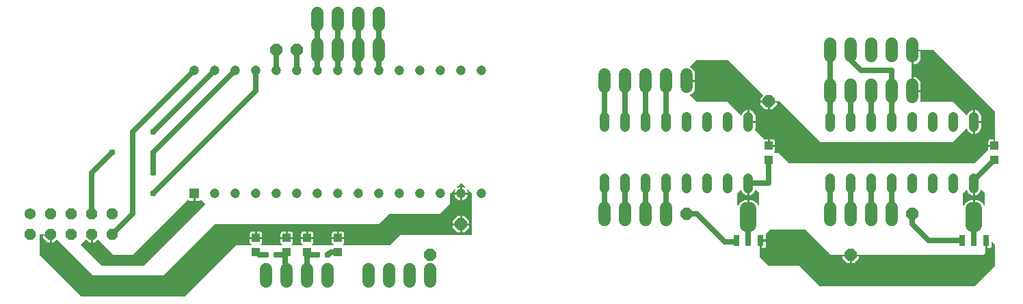
<source format=gbr>
G04 EAGLE Gerber RS-274X export*
G75*
%MOMM*%
%FSLAX34Y34*%
%LPD*%
%INTop Copper*%
%IPPOS*%
%AMOC8*
5,1,8,0,0,1.08239X$1,22.5*%
G01*
%ADD10R,1.206400X1.206400*%
%ADD11C,1.206400*%
%ADD12R,1.000000X1.100000*%
%ADD13C,1.219200*%
%ADD14C,1.524000*%
%ADD15R,0.800000X1.400000*%
%ADD16R,0.800000X1.900000*%
%ADD17C,1.371600*%
%ADD18P,1.484606X8X22.500000*%
%ADD19P,1.649562X8X22.500000*%
%ADD20C,0.787400*%
%ADD21C,0.635000*%

G36*
X1206590Y177054D02*
X1206590Y177054D01*
X1206681Y177061D01*
X1206711Y177073D01*
X1206743Y177079D01*
X1206823Y177121D01*
X1206907Y177157D01*
X1206939Y177183D01*
X1206960Y177194D01*
X1206982Y177217D01*
X1207038Y177262D01*
X1224136Y194360D01*
X1224189Y194434D01*
X1224249Y194503D01*
X1224261Y194533D01*
X1224280Y194559D01*
X1224307Y194646D01*
X1224341Y194731D01*
X1224345Y194772D01*
X1224352Y194795D01*
X1224351Y194827D01*
X1224359Y194898D01*
X1224359Y197477D01*
X1226938Y197477D01*
X1227028Y197492D01*
X1227119Y197499D01*
X1227149Y197511D01*
X1227181Y197517D01*
X1227261Y197559D01*
X1227345Y197595D01*
X1227377Y197621D01*
X1227398Y197632D01*
X1227420Y197655D01*
X1227476Y197700D01*
X1229000Y199224D01*
X1229042Y199282D01*
X1229091Y199334D01*
X1229113Y199381D01*
X1229144Y199423D01*
X1229165Y199492D01*
X1229195Y199557D01*
X1229201Y199609D01*
X1229216Y199658D01*
X1229214Y199730D01*
X1229222Y199801D01*
X1229211Y199852D01*
X1229210Y199904D01*
X1229185Y199972D01*
X1229170Y200042D01*
X1229143Y200086D01*
X1229125Y200135D01*
X1229080Y200191D01*
X1229044Y200253D01*
X1229004Y200287D01*
X1228972Y200327D01*
X1228911Y200366D01*
X1228857Y200413D01*
X1228808Y200432D01*
X1228765Y200460D01*
X1228695Y200478D01*
X1228629Y200505D01*
X1228557Y200513D01*
X1228526Y200520D01*
X1228503Y200519D01*
X1228462Y200523D01*
X1224359Y200523D01*
X1224359Y204834D01*
X1224532Y205481D01*
X1224867Y206060D01*
X1225340Y206533D01*
X1225919Y206868D01*
X1226566Y207041D01*
X1230377Y207041D01*
X1230377Y202438D01*
X1230388Y202367D01*
X1230390Y202296D01*
X1230408Y202247D01*
X1230417Y202195D01*
X1230450Y202132D01*
X1230475Y202065D01*
X1230507Y202024D01*
X1230532Y201978D01*
X1230584Y201929D01*
X1230628Y201873D01*
X1230672Y201844D01*
X1230710Y201809D01*
X1230775Y201778D01*
X1230835Y201740D01*
X1230886Y201727D01*
X1230933Y201705D01*
X1231004Y201697D01*
X1231074Y201680D01*
X1231126Y201684D01*
X1231178Y201678D01*
X1231248Y201693D01*
X1231319Y201699D01*
X1231367Y201719D01*
X1231418Y201730D01*
X1231480Y201767D01*
X1231545Y201795D01*
X1231601Y201840D01*
X1231629Y201856D01*
X1231644Y201874D01*
X1231676Y201900D01*
X1232438Y202662D01*
X1232491Y202736D01*
X1232551Y202805D01*
X1232563Y202835D01*
X1232582Y202861D01*
X1232609Y202948D01*
X1232643Y203033D01*
X1232647Y203074D01*
X1232654Y203097D01*
X1232653Y203129D01*
X1232661Y203200D01*
X1232661Y241300D01*
X1232647Y241390D01*
X1232639Y241481D01*
X1232627Y241511D01*
X1232622Y241543D01*
X1232579Y241623D01*
X1232543Y241707D01*
X1232517Y241739D01*
X1232506Y241760D01*
X1232483Y241782D01*
X1232438Y241838D01*
X1156238Y318038D01*
X1156164Y318091D01*
X1156095Y318151D01*
X1156065Y318163D01*
X1156039Y318182D01*
X1155952Y318209D01*
X1155867Y318243D01*
X1155826Y318247D01*
X1155803Y318254D01*
X1155771Y318253D01*
X1155700Y318261D01*
X1131062Y318261D01*
X1131042Y318258D01*
X1131023Y318260D01*
X1130921Y318238D01*
X1130819Y318222D01*
X1130802Y318212D01*
X1130782Y318208D01*
X1130693Y318155D01*
X1130602Y318106D01*
X1130588Y318092D01*
X1130571Y318082D01*
X1130504Y318003D01*
X1130433Y317928D01*
X1130424Y317910D01*
X1130411Y317895D01*
X1130373Y317799D01*
X1130329Y317705D01*
X1130327Y317685D01*
X1130319Y317667D01*
X1130301Y317500D01*
X1130301Y317499D01*
X1130300Y317499D01*
X1130280Y317496D01*
X1130261Y317498D01*
X1130159Y317476D01*
X1130057Y317459D01*
X1130040Y317450D01*
X1130020Y317446D01*
X1129931Y317393D01*
X1129840Y317344D01*
X1129826Y317330D01*
X1129809Y317320D01*
X1129742Y317241D01*
X1129671Y317166D01*
X1129662Y317148D01*
X1129649Y317133D01*
X1129610Y317037D01*
X1129567Y316943D01*
X1129565Y316923D01*
X1129557Y316905D01*
X1129539Y316738D01*
X1129539Y267462D01*
X1129542Y267442D01*
X1129540Y267423D01*
X1129562Y267321D01*
X1129579Y267219D01*
X1129588Y267202D01*
X1129592Y267182D01*
X1129645Y267093D01*
X1129694Y267002D01*
X1129708Y266988D01*
X1129718Y266971D01*
X1129797Y266904D01*
X1129872Y266833D01*
X1129890Y266824D01*
X1129905Y266811D01*
X1130001Y266773D01*
X1130095Y266729D01*
X1130115Y266727D01*
X1130133Y266719D01*
X1130300Y266701D01*
X1130301Y266701D01*
X1130301Y265938D01*
X1130304Y265918D01*
X1130302Y265899D01*
X1130324Y265797D01*
X1130341Y265695D01*
X1130350Y265678D01*
X1130354Y265658D01*
X1130407Y265569D01*
X1130456Y265478D01*
X1130470Y265464D01*
X1130480Y265447D01*
X1130559Y265380D01*
X1130634Y265309D01*
X1130652Y265300D01*
X1130667Y265287D01*
X1130763Y265248D01*
X1130857Y265205D01*
X1130877Y265203D01*
X1130895Y265195D01*
X1131062Y265177D01*
X1140461Y265177D01*
X1140461Y258280D01*
X1140211Y256701D01*
X1139716Y255179D01*
X1139291Y254346D01*
X1139268Y254274D01*
X1139236Y254205D01*
X1139231Y254157D01*
X1139217Y254111D01*
X1139218Y254036D01*
X1139209Y253961D01*
X1139220Y253914D01*
X1139220Y253865D01*
X1139246Y253794D01*
X1139262Y253720D01*
X1139286Y253679D01*
X1139302Y253634D01*
X1139349Y253574D01*
X1139388Y253509D01*
X1139424Y253478D01*
X1139454Y253440D01*
X1139517Y253398D01*
X1139575Y253349D01*
X1139619Y253331D01*
X1139660Y253305D01*
X1139733Y253286D01*
X1139803Y253257D01*
X1139868Y253250D01*
X1139897Y253242D01*
X1139923Y253244D01*
X1139970Y253239D01*
X1180785Y253239D01*
X1196983Y237040D01*
X1197021Y237013D01*
X1197052Y236979D01*
X1197120Y236942D01*
X1197183Y236897D01*
X1197227Y236883D01*
X1197267Y236861D01*
X1197344Y236847D01*
X1197418Y236824D01*
X1197464Y236825D01*
X1197509Y236817D01*
X1197586Y236829D01*
X1197664Y236831D01*
X1197707Y236846D01*
X1197753Y236853D01*
X1197822Y236888D01*
X1197895Y236915D01*
X1197931Y236944D01*
X1197972Y236964D01*
X1198026Y237020D01*
X1198087Y237069D01*
X1198112Y237107D01*
X1198144Y237140D01*
X1198210Y237260D01*
X1198220Y237276D01*
X1198221Y237280D01*
X1198225Y237287D01*
X1198846Y238787D01*
X1199791Y240202D01*
X1200994Y241405D01*
X1202409Y242350D01*
X1203981Y243001D01*
X1204977Y243199D01*
X1204977Y229362D01*
X1204980Y229342D01*
X1204978Y229323D01*
X1205000Y229221D01*
X1205017Y229119D01*
X1205026Y229102D01*
X1205030Y229082D01*
X1205083Y228993D01*
X1205132Y228902D01*
X1205146Y228888D01*
X1205156Y228871D01*
X1205235Y228804D01*
X1205310Y228733D01*
X1205328Y228724D01*
X1205343Y228711D01*
X1205439Y228673D01*
X1205533Y228629D01*
X1205553Y228627D01*
X1205571Y228619D01*
X1205738Y228601D01*
X1206501Y228601D01*
X1206501Y228599D01*
X1205738Y228599D01*
X1205718Y228596D01*
X1205699Y228598D01*
X1205597Y228576D01*
X1205495Y228559D01*
X1205478Y228550D01*
X1205458Y228546D01*
X1205369Y228493D01*
X1205278Y228444D01*
X1205264Y228430D01*
X1205247Y228420D01*
X1205180Y228341D01*
X1205109Y228266D01*
X1205100Y228248D01*
X1205087Y228233D01*
X1205048Y228137D01*
X1205005Y228043D01*
X1205003Y228023D01*
X1204995Y228005D01*
X1204977Y227838D01*
X1204977Y214001D01*
X1203981Y214199D01*
X1202409Y214850D01*
X1200994Y215795D01*
X1199791Y216998D01*
X1198846Y218413D01*
X1198225Y219913D01*
X1198201Y219952D01*
X1198185Y219995D01*
X1198136Y220056D01*
X1198095Y220122D01*
X1198060Y220151D01*
X1198031Y220187D01*
X1197966Y220229D01*
X1197906Y220279D01*
X1197863Y220295D01*
X1197824Y220320D01*
X1197749Y220339D01*
X1197676Y220367D01*
X1197630Y220369D01*
X1197586Y220380D01*
X1197508Y220374D01*
X1197431Y220377D01*
X1197386Y220365D01*
X1197341Y220361D01*
X1197269Y220331D01*
X1197194Y220309D01*
X1197157Y220283D01*
X1197114Y220265D01*
X1197008Y220179D01*
X1196992Y220169D01*
X1196989Y220165D01*
X1196983Y220160D01*
X1180785Y203961D01*
X1016315Y203961D01*
X965738Y254538D01*
X965664Y254591D01*
X965595Y254651D01*
X965565Y254663D01*
X965539Y254682D01*
X965452Y254709D01*
X965367Y254743D01*
X965326Y254747D01*
X965303Y254754D01*
X965271Y254753D01*
X965200Y254761D01*
X953262Y254761D01*
X953242Y254758D01*
X953223Y254760D01*
X953121Y254738D01*
X953019Y254722D01*
X953002Y254712D01*
X952982Y254708D01*
X952893Y254655D01*
X952802Y254606D01*
X952788Y254592D01*
X952771Y254582D01*
X952704Y254503D01*
X952633Y254428D01*
X952624Y254410D01*
X952611Y254395D01*
X952573Y254299D01*
X952529Y254205D01*
X952527Y254185D01*
X952519Y254167D01*
X952501Y254000D01*
X952501Y253999D01*
X952499Y253999D01*
X952499Y254762D01*
X952496Y254782D01*
X952498Y254801D01*
X952476Y254903D01*
X952459Y255005D01*
X952450Y255022D01*
X952446Y255042D01*
X952393Y255131D01*
X952344Y255222D01*
X952330Y255236D01*
X952320Y255253D01*
X952241Y255320D01*
X952166Y255391D01*
X952148Y255400D01*
X952133Y255413D01*
X952037Y255452D01*
X951943Y255495D01*
X951923Y255497D01*
X951905Y255505D01*
X951738Y255523D01*
X942339Y255523D01*
X942339Y258209D01*
X945315Y261185D01*
X945327Y261201D01*
X945342Y261213D01*
X945399Y261301D01*
X945459Y261384D01*
X945465Y261403D01*
X945475Y261420D01*
X945501Y261521D01*
X945531Y261620D01*
X945531Y261639D01*
X945536Y261659D01*
X945528Y261762D01*
X945525Y261865D01*
X945518Y261884D01*
X945516Y261904D01*
X945476Y261999D01*
X945440Y262096D01*
X945428Y262112D01*
X945420Y262130D01*
X945315Y262261D01*
X902238Y305338D01*
X902164Y305391D01*
X902095Y305451D01*
X902065Y305463D01*
X902039Y305482D01*
X901952Y305509D01*
X901867Y305543D01*
X901826Y305547D01*
X901803Y305554D01*
X901771Y305553D01*
X901700Y305561D01*
X863600Y305561D01*
X863510Y305547D01*
X863419Y305539D01*
X863389Y305527D01*
X863357Y305522D01*
X863277Y305479D01*
X863193Y305443D01*
X863161Y305417D01*
X863140Y305406D01*
X863118Y305383D01*
X863062Y305338D01*
X855117Y297393D01*
X855108Y297380D01*
X855095Y297371D01*
X855036Y297281D01*
X854973Y297194D01*
X854969Y297178D01*
X854960Y297165D01*
X854932Y297061D01*
X854901Y296959D01*
X854901Y296943D01*
X854897Y296927D01*
X854905Y296820D01*
X854907Y296713D01*
X854913Y296698D01*
X854914Y296682D01*
X854955Y296583D01*
X854992Y296482D01*
X855002Y296469D01*
X855008Y296454D01*
X855078Y296374D01*
X855145Y296290D01*
X855159Y296281D01*
X855169Y296269D01*
X855310Y296177D01*
X856225Y295710D01*
X857519Y294770D01*
X858650Y293639D01*
X859590Y292345D01*
X860316Y290920D01*
X860811Y289399D01*
X861061Y287820D01*
X861061Y280923D01*
X851662Y280923D01*
X851642Y280920D01*
X851623Y280922D01*
X851521Y280900D01*
X851419Y280883D01*
X851402Y280874D01*
X851382Y280870D01*
X851293Y280817D01*
X851202Y280768D01*
X851188Y280754D01*
X851171Y280744D01*
X851104Y280665D01*
X851033Y280590D01*
X851024Y280572D01*
X851011Y280557D01*
X850973Y280461D01*
X850929Y280367D01*
X850927Y280347D01*
X850919Y280329D01*
X850901Y280162D01*
X850901Y278638D01*
X850904Y278618D01*
X850902Y278599D01*
X850924Y278497D01*
X850941Y278395D01*
X850950Y278378D01*
X850954Y278358D01*
X851007Y278269D01*
X851056Y278178D01*
X851070Y278164D01*
X851080Y278147D01*
X851159Y278080D01*
X851234Y278009D01*
X851252Y278000D01*
X851267Y277987D01*
X851363Y277948D01*
X851457Y277905D01*
X851477Y277903D01*
X851495Y277895D01*
X851662Y277877D01*
X861061Y277877D01*
X861061Y270980D01*
X860811Y269401D01*
X860316Y267880D01*
X859590Y266455D01*
X858650Y265161D01*
X857519Y264030D01*
X856225Y263090D01*
X855310Y262623D01*
X855297Y262614D01*
X855282Y262608D01*
X855198Y262541D01*
X855111Y262478D01*
X855102Y262465D01*
X855090Y262455D01*
X855031Y262364D01*
X854970Y262276D01*
X854965Y262261D01*
X854957Y262248D01*
X854930Y262143D01*
X854900Y262041D01*
X854901Y262025D01*
X854897Y262009D01*
X854905Y261902D01*
X854909Y261795D01*
X854914Y261780D01*
X854916Y261764D01*
X854958Y261665D01*
X854996Y261565D01*
X855006Y261552D01*
X855012Y261538D01*
X855117Y261407D01*
X863062Y253462D01*
X863136Y253409D01*
X863205Y253349D01*
X863235Y253337D01*
X863261Y253318D01*
X863348Y253291D01*
X863433Y253257D01*
X863474Y253253D01*
X863497Y253246D01*
X863529Y253247D01*
X863600Y253239D01*
X901385Y253239D01*
X917583Y237040D01*
X917621Y237013D01*
X917652Y236980D01*
X917720Y236942D01*
X917783Y236897D01*
X917827Y236883D01*
X917867Y236861D01*
X917944Y236847D01*
X918018Y236824D01*
X918064Y236825D01*
X918109Y236817D01*
X918186Y236829D01*
X918264Y236831D01*
X918307Y236846D01*
X918353Y236853D01*
X918422Y236888D01*
X918495Y236915D01*
X918531Y236944D01*
X918572Y236965D01*
X918626Y237020D01*
X918687Y237069D01*
X918712Y237107D01*
X918744Y237140D01*
X918810Y237260D01*
X918820Y237276D01*
X918821Y237280D01*
X918825Y237287D01*
X919446Y238787D01*
X920391Y240202D01*
X921594Y241405D01*
X923009Y242350D01*
X924581Y243001D01*
X925577Y243199D01*
X925577Y229362D01*
X925580Y229342D01*
X925578Y229323D01*
X925600Y229221D01*
X925617Y229119D01*
X925626Y229102D01*
X925630Y229082D01*
X925683Y228993D01*
X925732Y228902D01*
X925746Y228888D01*
X925756Y228871D01*
X925835Y228804D01*
X925910Y228733D01*
X925928Y228724D01*
X925943Y228711D01*
X926039Y228673D01*
X926133Y228629D01*
X926153Y228627D01*
X926171Y228619D01*
X926338Y228601D01*
X927101Y228601D01*
X927101Y227838D01*
X927104Y227818D01*
X927102Y227799D01*
X927124Y227697D01*
X927141Y227595D01*
X927150Y227578D01*
X927154Y227558D01*
X927207Y227469D01*
X927256Y227378D01*
X927270Y227364D01*
X927280Y227347D01*
X927359Y227280D01*
X927434Y227209D01*
X927452Y227200D01*
X927467Y227187D01*
X927563Y227148D01*
X927657Y227105D01*
X927677Y227103D01*
X927695Y227095D01*
X927862Y227077D01*
X935737Y227077D01*
X935737Y221653D01*
X935405Y219985D01*
X935375Y219913D01*
X935367Y219879D01*
X935365Y219874D01*
X935364Y219865D01*
X935349Y219800D01*
X935320Y219686D01*
X935320Y219680D01*
X935319Y219673D01*
X935330Y219557D01*
X935339Y219441D01*
X935341Y219435D01*
X935342Y219429D01*
X935390Y219320D01*
X935435Y219214D01*
X935440Y219208D01*
X935442Y219204D01*
X935455Y219190D01*
X935540Y219083D01*
X947360Y207264D01*
X947434Y207211D01*
X947503Y207151D01*
X947533Y207139D01*
X947559Y207120D01*
X947646Y207093D01*
X947731Y207059D01*
X947772Y207055D01*
X947795Y207048D01*
X947827Y207049D01*
X947898Y207041D01*
X950977Y207041D01*
X950977Y203962D01*
X950992Y203872D01*
X950999Y203781D01*
X951011Y203751D01*
X951017Y203719D01*
X951059Y203639D01*
X951095Y203555D01*
X951121Y203522D01*
X951132Y203502D01*
X951155Y203480D01*
X951200Y203424D01*
X951739Y202885D01*
X951739Y199762D01*
X951742Y199742D01*
X951740Y199723D01*
X951762Y199621D01*
X951779Y199519D01*
X951788Y199502D01*
X951792Y199482D01*
X951845Y199393D01*
X951894Y199302D01*
X951908Y199288D01*
X951918Y199271D01*
X951997Y199204D01*
X952072Y199133D01*
X952090Y199124D01*
X952105Y199111D01*
X952201Y199072D01*
X952295Y199029D01*
X952315Y199027D01*
X952333Y199019D01*
X952500Y199001D01*
X952501Y199001D01*
X952501Y198238D01*
X952504Y198218D01*
X952502Y198199D01*
X952524Y198097D01*
X952541Y197995D01*
X952550Y197978D01*
X952554Y197958D01*
X952607Y197869D01*
X952656Y197778D01*
X952670Y197764D01*
X952680Y197747D01*
X952759Y197680D01*
X952834Y197609D01*
X952852Y197600D01*
X952867Y197587D01*
X952963Y197548D01*
X953057Y197505D01*
X953077Y197503D01*
X953095Y197495D01*
X953262Y197477D01*
X960041Y197477D01*
X960041Y193166D01*
X959868Y192519D01*
X959529Y191932D01*
X959519Y191925D01*
X959463Y191838D01*
X959403Y191754D01*
X959397Y191735D01*
X959386Y191718D01*
X959361Y191617D01*
X959331Y191519D01*
X959331Y191499D01*
X959326Y191479D01*
X959334Y191376D01*
X959337Y191273D01*
X959344Y191254D01*
X959345Y191234D01*
X959386Y191139D01*
X959421Y191042D01*
X959434Y191026D01*
X959442Y191008D01*
X959547Y190877D01*
X960462Y189962D01*
X960536Y189909D01*
X960605Y189849D01*
X960635Y189837D01*
X960661Y189818D01*
X960749Y189791D01*
X960833Y189757D01*
X960874Y189753D01*
X960897Y189746D01*
X960929Y189747D01*
X961000Y189739D01*
X964885Y189739D01*
X977362Y177262D01*
X977436Y177209D01*
X977505Y177149D01*
X977535Y177137D01*
X977561Y177118D01*
X977648Y177091D01*
X977733Y177057D01*
X977774Y177053D01*
X977797Y177046D01*
X977829Y177047D01*
X977900Y177039D01*
X1206500Y177039D01*
X1206590Y177054D01*
G37*
G36*
X228690Y11954D02*
X228690Y11954D01*
X228781Y11961D01*
X228811Y11973D01*
X228843Y11979D01*
X228923Y12021D01*
X229007Y12057D01*
X229039Y12083D01*
X229060Y12094D01*
X229082Y12117D01*
X229138Y12162D01*
X292415Y75439D01*
X310830Y75439D01*
X310920Y75454D01*
X311011Y75461D01*
X311041Y75473D01*
X311073Y75479D01*
X311153Y75521D01*
X311238Y75557D01*
X311270Y75583D01*
X311290Y75594D01*
X311313Y75617D01*
X311368Y75662D01*
X311464Y75757D01*
X311533Y75854D01*
X311604Y75950D01*
X311606Y75954D01*
X311608Y75957D01*
X311643Y76070D01*
X311679Y76184D01*
X311679Y76188D01*
X311680Y76192D01*
X311677Y76310D01*
X311675Y76430D01*
X311674Y76434D01*
X311674Y76438D01*
X311633Y76550D01*
X311594Y76662D01*
X311591Y76665D01*
X311590Y76669D01*
X311515Y76762D01*
X311442Y76856D01*
X311438Y76859D01*
X311436Y76861D01*
X311425Y76869D01*
X311307Y76955D01*
X310940Y77167D01*
X310467Y77640D01*
X310132Y78219D01*
X309959Y78866D01*
X309959Y83177D01*
X316738Y83177D01*
X316758Y83180D01*
X316777Y83178D01*
X316879Y83200D01*
X316981Y83217D01*
X316998Y83226D01*
X317018Y83230D01*
X317107Y83283D01*
X317198Y83332D01*
X317212Y83346D01*
X317229Y83356D01*
X317296Y83435D01*
X317367Y83510D01*
X317376Y83528D01*
X317389Y83543D01*
X317428Y83639D01*
X317471Y83733D01*
X317473Y83753D01*
X317481Y83771D01*
X317499Y83938D01*
X317499Y84701D01*
X317501Y84701D01*
X317501Y83938D01*
X317504Y83918D01*
X317502Y83899D01*
X317524Y83797D01*
X317541Y83695D01*
X317550Y83678D01*
X317554Y83658D01*
X317607Y83569D01*
X317656Y83478D01*
X317670Y83464D01*
X317680Y83447D01*
X317759Y83380D01*
X317834Y83309D01*
X317852Y83300D01*
X317867Y83287D01*
X317963Y83248D01*
X318057Y83205D01*
X318077Y83203D01*
X318095Y83195D01*
X318262Y83177D01*
X325041Y83177D01*
X325041Y78866D01*
X324868Y78219D01*
X324533Y77640D01*
X324060Y77167D01*
X323693Y76955D01*
X323600Y76879D01*
X323508Y76805D01*
X323506Y76802D01*
X323503Y76799D01*
X323439Y76697D01*
X323375Y76598D01*
X323374Y76595D01*
X323372Y76591D01*
X323344Y76473D01*
X323315Y76360D01*
X323316Y76356D01*
X323315Y76352D01*
X323325Y76232D01*
X323334Y76115D01*
X323336Y76111D01*
X323336Y76107D01*
X323384Y75997D01*
X323431Y75888D01*
X323434Y75885D01*
X323435Y75882D01*
X323444Y75871D01*
X323536Y75757D01*
X323632Y75662D01*
X323705Y75609D01*
X323775Y75549D01*
X323805Y75537D01*
X323831Y75518D01*
X323918Y75491D01*
X324003Y75457D01*
X324044Y75453D01*
X324066Y75446D01*
X324099Y75447D01*
X324170Y75439D01*
X348930Y75439D01*
X349020Y75454D01*
X349111Y75461D01*
X349141Y75473D01*
X349173Y75479D01*
X349253Y75521D01*
X349338Y75557D01*
X349370Y75583D01*
X349390Y75594D01*
X349413Y75617D01*
X349468Y75662D01*
X349564Y75757D01*
X349633Y75854D01*
X349704Y75950D01*
X349706Y75954D01*
X349708Y75957D01*
X349743Y76070D01*
X349779Y76184D01*
X349779Y76188D01*
X349780Y76192D01*
X349777Y76310D01*
X349775Y76430D01*
X349774Y76434D01*
X349774Y76438D01*
X349733Y76550D01*
X349694Y76662D01*
X349691Y76665D01*
X349690Y76669D01*
X349615Y76762D01*
X349542Y76856D01*
X349538Y76859D01*
X349536Y76861D01*
X349525Y76869D01*
X349407Y76955D01*
X349040Y77167D01*
X348567Y77640D01*
X348232Y78219D01*
X348059Y78866D01*
X348059Y83177D01*
X354838Y83177D01*
X354858Y83180D01*
X354877Y83178D01*
X354979Y83200D01*
X355081Y83217D01*
X355098Y83226D01*
X355118Y83230D01*
X355207Y83283D01*
X355298Y83332D01*
X355312Y83346D01*
X355329Y83356D01*
X355396Y83435D01*
X355467Y83510D01*
X355476Y83528D01*
X355489Y83543D01*
X355528Y83639D01*
X355571Y83733D01*
X355573Y83753D01*
X355581Y83771D01*
X355599Y83938D01*
X355599Y84701D01*
X355601Y84701D01*
X355601Y83938D01*
X355604Y83918D01*
X355602Y83899D01*
X355624Y83797D01*
X355641Y83695D01*
X355650Y83678D01*
X355654Y83658D01*
X355707Y83569D01*
X355756Y83478D01*
X355770Y83464D01*
X355780Y83447D01*
X355859Y83380D01*
X355934Y83309D01*
X355952Y83300D01*
X355967Y83287D01*
X356063Y83248D01*
X356157Y83205D01*
X356177Y83203D01*
X356195Y83195D01*
X356362Y83177D01*
X363141Y83177D01*
X363141Y78866D01*
X362968Y78219D01*
X362633Y77640D01*
X362160Y77167D01*
X361793Y76955D01*
X361700Y76879D01*
X361608Y76805D01*
X361606Y76802D01*
X361603Y76799D01*
X361539Y76697D01*
X361475Y76598D01*
X361474Y76595D01*
X361472Y76591D01*
X361444Y76473D01*
X361415Y76360D01*
X361416Y76356D01*
X361415Y76352D01*
X361425Y76232D01*
X361434Y76115D01*
X361436Y76111D01*
X361436Y76107D01*
X361484Y75997D01*
X361531Y75888D01*
X361534Y75885D01*
X361535Y75882D01*
X361544Y75871D01*
X361636Y75757D01*
X361732Y75662D01*
X361805Y75609D01*
X361875Y75549D01*
X361905Y75537D01*
X361931Y75518D01*
X362018Y75491D01*
X362103Y75457D01*
X362144Y75453D01*
X362166Y75446D01*
X362199Y75447D01*
X362270Y75439D01*
X374330Y75439D01*
X374420Y75454D01*
X374511Y75461D01*
X374541Y75473D01*
X374573Y75479D01*
X374653Y75521D01*
X374738Y75557D01*
X374770Y75583D01*
X374790Y75594D01*
X374813Y75617D01*
X374868Y75662D01*
X374964Y75757D01*
X375033Y75854D01*
X375104Y75950D01*
X375106Y75954D01*
X375108Y75957D01*
X375143Y76070D01*
X375179Y76184D01*
X375179Y76188D01*
X375180Y76192D01*
X375177Y76310D01*
X375175Y76430D01*
X375174Y76434D01*
X375174Y76438D01*
X375133Y76550D01*
X375094Y76662D01*
X375091Y76665D01*
X375090Y76669D01*
X375015Y76762D01*
X374942Y76856D01*
X374938Y76859D01*
X374936Y76861D01*
X374925Y76869D01*
X374807Y76955D01*
X374440Y77167D01*
X373967Y77640D01*
X373632Y78219D01*
X373459Y78866D01*
X373459Y83177D01*
X380238Y83177D01*
X380258Y83180D01*
X380277Y83178D01*
X380379Y83200D01*
X380481Y83217D01*
X380498Y83226D01*
X380518Y83230D01*
X380607Y83283D01*
X380698Y83332D01*
X380712Y83346D01*
X380729Y83356D01*
X380796Y83435D01*
X380867Y83510D01*
X380876Y83528D01*
X380889Y83543D01*
X380928Y83639D01*
X380971Y83733D01*
X380973Y83753D01*
X380981Y83771D01*
X380999Y83938D01*
X380999Y84701D01*
X381001Y84701D01*
X381001Y83938D01*
X381004Y83918D01*
X381002Y83899D01*
X381024Y83797D01*
X381041Y83695D01*
X381050Y83678D01*
X381054Y83658D01*
X381107Y83569D01*
X381156Y83478D01*
X381170Y83464D01*
X381180Y83447D01*
X381259Y83380D01*
X381334Y83309D01*
X381352Y83300D01*
X381367Y83287D01*
X381463Y83248D01*
X381557Y83205D01*
X381577Y83203D01*
X381595Y83195D01*
X381762Y83177D01*
X388541Y83177D01*
X388541Y78866D01*
X388368Y78219D01*
X388033Y77640D01*
X387560Y77167D01*
X387193Y76955D01*
X387100Y76879D01*
X387008Y76805D01*
X387006Y76802D01*
X387003Y76799D01*
X386939Y76697D01*
X386875Y76598D01*
X386874Y76595D01*
X386872Y76591D01*
X386844Y76473D01*
X386815Y76360D01*
X386816Y76356D01*
X386815Y76352D01*
X386825Y76232D01*
X386834Y76115D01*
X386836Y76111D01*
X386836Y76107D01*
X386884Y75997D01*
X386931Y75888D01*
X386934Y75885D01*
X386935Y75882D01*
X386944Y75871D01*
X387036Y75757D01*
X387132Y75662D01*
X387205Y75609D01*
X387275Y75549D01*
X387305Y75537D01*
X387331Y75518D01*
X387418Y75491D01*
X387503Y75457D01*
X387544Y75453D01*
X387566Y75446D01*
X387599Y75447D01*
X387670Y75439D01*
X412430Y75439D01*
X412520Y75454D01*
X412611Y75461D01*
X412641Y75473D01*
X412673Y75479D01*
X412753Y75521D01*
X412838Y75557D01*
X412870Y75583D01*
X412890Y75594D01*
X412913Y75617D01*
X412968Y75662D01*
X413064Y75757D01*
X413133Y75854D01*
X413204Y75950D01*
X413206Y75954D01*
X413208Y75957D01*
X413243Y76070D01*
X413279Y76184D01*
X413279Y76188D01*
X413280Y76192D01*
X413277Y76310D01*
X413275Y76430D01*
X413274Y76434D01*
X413274Y76438D01*
X413233Y76550D01*
X413194Y76662D01*
X413191Y76665D01*
X413190Y76669D01*
X413115Y76762D01*
X413042Y76856D01*
X413038Y76859D01*
X413036Y76861D01*
X413025Y76869D01*
X412907Y76955D01*
X412540Y77167D01*
X412067Y77640D01*
X411732Y78219D01*
X411559Y78866D01*
X411559Y83177D01*
X418338Y83177D01*
X418358Y83180D01*
X418377Y83178D01*
X418479Y83200D01*
X418581Y83217D01*
X418598Y83226D01*
X418618Y83230D01*
X418707Y83283D01*
X418798Y83332D01*
X418812Y83346D01*
X418829Y83356D01*
X418896Y83435D01*
X418967Y83510D01*
X418976Y83528D01*
X418989Y83543D01*
X419028Y83639D01*
X419071Y83733D01*
X419073Y83753D01*
X419081Y83771D01*
X419099Y83938D01*
X419099Y84701D01*
X419101Y84701D01*
X419101Y83938D01*
X419104Y83918D01*
X419102Y83899D01*
X419124Y83797D01*
X419141Y83695D01*
X419150Y83678D01*
X419154Y83658D01*
X419207Y83569D01*
X419256Y83478D01*
X419270Y83464D01*
X419280Y83447D01*
X419359Y83380D01*
X419434Y83309D01*
X419452Y83300D01*
X419467Y83287D01*
X419563Y83248D01*
X419657Y83205D01*
X419677Y83203D01*
X419695Y83195D01*
X419862Y83177D01*
X426641Y83177D01*
X426641Y78866D01*
X426468Y78219D01*
X426133Y77640D01*
X425660Y77167D01*
X425293Y76955D01*
X425200Y76879D01*
X425108Y76805D01*
X425106Y76802D01*
X425103Y76799D01*
X425039Y76697D01*
X424975Y76598D01*
X424974Y76595D01*
X424972Y76591D01*
X424944Y76473D01*
X424915Y76360D01*
X424916Y76356D01*
X424915Y76352D01*
X424925Y76232D01*
X424934Y76115D01*
X424936Y76111D01*
X424936Y76107D01*
X424984Y75997D01*
X425031Y75888D01*
X425034Y75885D01*
X425035Y75882D01*
X425044Y75871D01*
X425136Y75757D01*
X425232Y75662D01*
X425305Y75609D01*
X425375Y75549D01*
X425405Y75537D01*
X425431Y75518D01*
X425518Y75491D01*
X425603Y75457D01*
X425644Y75453D01*
X425666Y75446D01*
X425699Y75447D01*
X425770Y75439D01*
X482600Y75439D01*
X482690Y75454D01*
X482781Y75461D01*
X482811Y75473D01*
X482843Y75479D01*
X482923Y75521D01*
X483007Y75557D01*
X483039Y75583D01*
X483060Y75594D01*
X483082Y75617D01*
X483138Y75662D01*
X495615Y88139D01*
X584200Y88139D01*
X584220Y88142D01*
X584239Y88140D01*
X584341Y88162D01*
X584443Y88179D01*
X584460Y88188D01*
X584480Y88192D01*
X584569Y88245D01*
X584660Y88294D01*
X584674Y88308D01*
X584691Y88318D01*
X584758Y88397D01*
X584830Y88472D01*
X584838Y88490D01*
X584851Y88505D01*
X584890Y88601D01*
X584933Y88695D01*
X584935Y88715D01*
X584943Y88733D01*
X584961Y88900D01*
X584961Y139700D01*
X584947Y139790D01*
X584939Y139881D01*
X584927Y139911D01*
X584922Y139943D01*
X584879Y140023D01*
X584843Y140107D01*
X584817Y140139D01*
X584806Y140160D01*
X584783Y140182D01*
X584738Y140238D01*
X580296Y144681D01*
X580256Y144710D01*
X580222Y144746D01*
X580157Y144781D01*
X580096Y144824D01*
X580049Y144839D01*
X580006Y144862D01*
X579932Y144875D01*
X579861Y144897D01*
X579812Y144895D01*
X579763Y144904D01*
X579690Y144892D01*
X579615Y144890D01*
X579569Y144873D01*
X579520Y144866D01*
X579454Y144831D01*
X579384Y144806D01*
X579346Y144775D01*
X579302Y144752D01*
X579250Y144699D01*
X579192Y144652D01*
X579165Y144611D01*
X579131Y144575D01*
X579099Y144508D01*
X579059Y144445D01*
X579047Y144397D01*
X579026Y144353D01*
X579017Y144279D01*
X578999Y144207D01*
X579003Y144158D01*
X578997Y144109D01*
X579012Y144036D01*
X579018Y143962D01*
X579037Y143916D01*
X579047Y143868D01*
X579073Y143819D01*
X579743Y142201D01*
X579938Y141223D01*
X573023Y141223D01*
X573023Y148138D01*
X574001Y147943D01*
X575593Y147284D01*
X575604Y147276D01*
X575675Y147254D01*
X575743Y147223D01*
X575792Y147218D01*
X575839Y147203D01*
X575914Y147205D01*
X575988Y147198D01*
X576036Y147208D01*
X576085Y147210D01*
X576155Y147235D01*
X576228Y147252D01*
X576270Y147277D01*
X576316Y147294D01*
X576374Y147341D01*
X576438Y147379D01*
X576470Y147417D01*
X576508Y147448D01*
X576548Y147510D01*
X576596Y147567D01*
X576614Y147613D01*
X576641Y147655D01*
X576659Y147727D01*
X576687Y147796D01*
X576689Y147845D01*
X576701Y147893D01*
X576695Y147968D01*
X576699Y148042D01*
X576686Y148089D01*
X576682Y148138D01*
X576653Y148207D01*
X576633Y148279D01*
X576605Y148320D01*
X576586Y148365D01*
X576508Y148462D01*
X576494Y148482D01*
X576487Y148488D01*
X576481Y148496D01*
X572038Y152938D01*
X572022Y152950D01*
X572010Y152965D01*
X571922Y153022D01*
X571839Y153082D01*
X571820Y153088D01*
X571803Y153098D01*
X571702Y153124D01*
X571603Y153154D01*
X571584Y153154D01*
X571564Y153159D01*
X571461Y153151D01*
X571358Y153148D01*
X571339Y153141D01*
X571319Y153139D01*
X571224Y153099D01*
X571127Y153063D01*
X571111Y153051D01*
X571093Y153043D01*
X570962Y152938D01*
X566519Y148496D01*
X566490Y148456D01*
X566454Y148422D01*
X566419Y148356D01*
X566376Y148296D01*
X566361Y148249D01*
X566338Y148206D01*
X566325Y148132D01*
X566303Y148061D01*
X566305Y148012D01*
X566296Y147963D01*
X566308Y147890D01*
X566310Y147815D01*
X566327Y147769D01*
X566334Y147720D01*
X566368Y147654D01*
X566394Y147584D01*
X566425Y147545D01*
X566448Y147502D01*
X566501Y147450D01*
X566548Y147392D01*
X566589Y147365D01*
X566625Y147331D01*
X566692Y147299D01*
X566755Y147259D01*
X566803Y147247D01*
X566847Y147226D01*
X566921Y147217D01*
X566993Y147199D01*
X567042Y147203D01*
X567091Y147197D01*
X567164Y147212D01*
X567238Y147218D01*
X567284Y147237D01*
X567332Y147247D01*
X567381Y147273D01*
X568999Y147943D01*
X569977Y148138D01*
X569977Y141223D01*
X563062Y141223D01*
X563257Y142201D01*
X563916Y143793D01*
X563924Y143804D01*
X563946Y143875D01*
X563977Y143943D01*
X563982Y143992D01*
X563997Y144039D01*
X563995Y144114D01*
X564002Y144188D01*
X563992Y144236D01*
X563990Y144285D01*
X563965Y144355D01*
X563948Y144428D01*
X563923Y144470D01*
X563906Y144516D01*
X563859Y144574D01*
X563821Y144638D01*
X563783Y144670D01*
X563752Y144708D01*
X563690Y144748D01*
X563633Y144796D01*
X563587Y144814D01*
X563545Y144841D01*
X563473Y144859D01*
X563404Y144887D01*
X563355Y144889D01*
X563307Y144901D01*
X563232Y144895D01*
X563158Y144899D01*
X563111Y144886D01*
X563062Y144882D01*
X562993Y144853D01*
X562921Y144833D01*
X562880Y144805D01*
X562835Y144786D01*
X562738Y144708D01*
X562718Y144694D01*
X562712Y144687D01*
X562704Y144681D01*
X558262Y140238D01*
X558209Y140164D01*
X558149Y140095D01*
X558137Y140065D01*
X558118Y140039D01*
X558091Y139952D01*
X558057Y139867D01*
X558053Y139826D01*
X558046Y139803D01*
X558047Y139771D01*
X558039Y139700D01*
X558039Y127315D01*
X545785Y115061D01*
X482600Y115061D01*
X482510Y115047D01*
X482419Y115039D01*
X482389Y115027D01*
X482357Y115022D01*
X482277Y114979D01*
X482193Y114943D01*
X482161Y114917D01*
X482140Y114906D01*
X482118Y114883D01*
X482062Y114838D01*
X469585Y102361D01*
X266700Y102361D01*
X266610Y102347D01*
X266519Y102339D01*
X266489Y102327D01*
X266457Y102322D01*
X266377Y102279D01*
X266293Y102243D01*
X266261Y102217D01*
X266240Y102206D01*
X266218Y102183D01*
X266162Y102138D01*
X202885Y38861D01*
X114615Y38861D01*
X71222Y82254D01*
X71206Y82266D01*
X71194Y82281D01*
X71106Y82337D01*
X71023Y82398D01*
X71004Y82403D01*
X70987Y82414D01*
X70886Y82440D01*
X70788Y82470D01*
X70768Y82469D01*
X70748Y82474D01*
X70645Y82466D01*
X70542Y82464D01*
X70523Y82457D01*
X70503Y82455D01*
X70408Y82415D01*
X70311Y82379D01*
X70295Y82367D01*
X70277Y82359D01*
X70146Y82254D01*
X67393Y79501D01*
X65023Y79501D01*
X65023Y88138D01*
X65020Y88158D01*
X65022Y88177D01*
X65000Y88279D01*
X64983Y88381D01*
X64974Y88398D01*
X64970Y88418D01*
X64917Y88507D01*
X64868Y88598D01*
X64854Y88612D01*
X64844Y88629D01*
X64765Y88696D01*
X64690Y88767D01*
X64672Y88776D01*
X64657Y88789D01*
X64561Y88827D01*
X64467Y88871D01*
X64447Y88873D01*
X64429Y88881D01*
X64262Y88899D01*
X63499Y88899D01*
X63499Y88900D01*
X63496Y88920D01*
X63498Y88939D01*
X63476Y89041D01*
X63459Y89143D01*
X63450Y89160D01*
X63446Y89180D01*
X63393Y89269D01*
X63344Y89360D01*
X63330Y89374D01*
X63320Y89391D01*
X63241Y89458D01*
X63166Y89530D01*
X63148Y89538D01*
X63133Y89551D01*
X63037Y89590D01*
X62943Y89633D01*
X62923Y89635D01*
X62905Y89643D01*
X62738Y89661D01*
X50800Y89661D01*
X50780Y89658D01*
X50761Y89660D01*
X50659Y89638D01*
X50557Y89622D01*
X50540Y89612D01*
X50520Y89608D01*
X50431Y89555D01*
X50340Y89506D01*
X50326Y89492D01*
X50309Y89482D01*
X50242Y89403D01*
X50171Y89328D01*
X50162Y89310D01*
X50149Y89295D01*
X50110Y89199D01*
X50067Y89105D01*
X50065Y89085D01*
X50057Y89067D01*
X50039Y88900D01*
X50039Y63500D01*
X50054Y63410D01*
X50061Y63319D01*
X50073Y63289D01*
X50079Y63257D01*
X50121Y63177D01*
X50157Y63093D01*
X50183Y63061D01*
X50194Y63040D01*
X50217Y63018D01*
X50262Y62962D01*
X101062Y12162D01*
X101136Y12109D01*
X101205Y12049D01*
X101235Y12037D01*
X101261Y12018D01*
X101348Y11991D01*
X101433Y11957D01*
X101474Y11953D01*
X101497Y11946D01*
X101529Y11947D01*
X101600Y11939D01*
X228600Y11939D01*
X228690Y11954D01*
G37*
G36*
X1206590Y24654D02*
X1206590Y24654D01*
X1206681Y24661D01*
X1206711Y24673D01*
X1206743Y24679D01*
X1206823Y24721D01*
X1206907Y24757D01*
X1206939Y24783D01*
X1206960Y24794D01*
X1206982Y24817D01*
X1207038Y24862D01*
X1232438Y50262D01*
X1232491Y50336D01*
X1232551Y50405D01*
X1232563Y50435D01*
X1232582Y50461D01*
X1232609Y50548D01*
X1232643Y50633D01*
X1232647Y50674D01*
X1232654Y50697D01*
X1232653Y50729D01*
X1232661Y50800D01*
X1232661Y76200D01*
X1232647Y76290D01*
X1232639Y76381D01*
X1232627Y76411D01*
X1232622Y76443D01*
X1232579Y76523D01*
X1232543Y76607D01*
X1232517Y76640D01*
X1232506Y76660D01*
X1232483Y76682D01*
X1232438Y76738D01*
X1229330Y79846D01*
X1229272Y79888D01*
X1229220Y79938D01*
X1229173Y79959D01*
X1229131Y79990D01*
X1229062Y80011D01*
X1228997Y80041D01*
X1228945Y80047D01*
X1228895Y80062D01*
X1228824Y80060D01*
X1228753Y80068D01*
X1228702Y80057D01*
X1228650Y80056D01*
X1228582Y80031D01*
X1228512Y80016D01*
X1228467Y79989D01*
X1228419Y79971D01*
X1228363Y79927D01*
X1228301Y79890D01*
X1228267Y79850D01*
X1228227Y79818D01*
X1228188Y79757D01*
X1228141Y79703D01*
X1228122Y79655D01*
X1228094Y79611D01*
X1228076Y79541D01*
X1228049Y79475D01*
X1228041Y79403D01*
X1228033Y79372D01*
X1228035Y79349D01*
X1228031Y79308D01*
X1228031Y74456D01*
X1227858Y73809D01*
X1227523Y73230D01*
X1227050Y72757D01*
X1226471Y72422D01*
X1225824Y72249D01*
X1223013Y72249D01*
X1223013Y81028D01*
X1223010Y81048D01*
X1223012Y81067D01*
X1222990Y81169D01*
X1222973Y81271D01*
X1222964Y81288D01*
X1222960Y81308D01*
X1222907Y81397D01*
X1222858Y81488D01*
X1222844Y81502D01*
X1222834Y81519D01*
X1222755Y81586D01*
X1222680Y81657D01*
X1222662Y81666D01*
X1222647Y81679D01*
X1222551Y81718D01*
X1222457Y81761D01*
X1222437Y81763D01*
X1222419Y81771D01*
X1222252Y81789D01*
X1221490Y81789D01*
X1221470Y81786D01*
X1221451Y81788D01*
X1221349Y81766D01*
X1221247Y81749D01*
X1221230Y81740D01*
X1221210Y81736D01*
X1221121Y81683D01*
X1221030Y81634D01*
X1221016Y81620D01*
X1220999Y81610D01*
X1220932Y81531D01*
X1220861Y81456D01*
X1220852Y81438D01*
X1220839Y81423D01*
X1220800Y81327D01*
X1220757Y81233D01*
X1220755Y81213D01*
X1220747Y81195D01*
X1220729Y81028D01*
X1220729Y66105D01*
X1218885Y64261D01*
X1054862Y64261D01*
X1054842Y64258D01*
X1054823Y64260D01*
X1054721Y64238D01*
X1054619Y64222D01*
X1054602Y64212D01*
X1054582Y64208D01*
X1054493Y64155D01*
X1054402Y64106D01*
X1054388Y64092D01*
X1054371Y64082D01*
X1054304Y64003D01*
X1054233Y63928D01*
X1054224Y63910D01*
X1054211Y63895D01*
X1054173Y63799D01*
X1054129Y63705D01*
X1054127Y63685D01*
X1054119Y63667D01*
X1054101Y63500D01*
X1054101Y63499D01*
X1054099Y63499D01*
X1054099Y63500D01*
X1054096Y63520D01*
X1054098Y63539D01*
X1054076Y63641D01*
X1054059Y63743D01*
X1054050Y63760D01*
X1054046Y63780D01*
X1053993Y63869D01*
X1053944Y63960D01*
X1053930Y63974D01*
X1053920Y63991D01*
X1053841Y64058D01*
X1053766Y64130D01*
X1053748Y64138D01*
X1053733Y64151D01*
X1053637Y64190D01*
X1053543Y64233D01*
X1053523Y64235D01*
X1053505Y64243D01*
X1053338Y64261D01*
X1029015Y64261D01*
X998248Y95028D01*
X998174Y95081D01*
X998105Y95141D01*
X998075Y95153D01*
X998049Y95172D01*
X997962Y95199D01*
X997877Y95233D01*
X997836Y95237D01*
X997813Y95244D01*
X997781Y95243D01*
X997710Y95251D01*
X954790Y95251D01*
X954700Y95237D01*
X954609Y95229D01*
X954579Y95217D01*
X954547Y95212D01*
X954467Y95169D01*
X954383Y95133D01*
X954351Y95107D01*
X954330Y95096D01*
X954308Y95073D01*
X954252Y95028D01*
X948854Y89630D01*
X948801Y89556D01*
X948741Y89487D01*
X948729Y89457D01*
X948710Y89431D01*
X948683Y89344D01*
X948649Y89259D01*
X948645Y89218D01*
X948638Y89195D01*
X948639Y89163D01*
X948631Y89092D01*
X948631Y83313D01*
X942852Y83313D01*
X942832Y83310D01*
X942813Y83312D01*
X942711Y83290D01*
X942609Y83273D01*
X942592Y83264D01*
X942572Y83260D01*
X942483Y83207D01*
X942392Y83158D01*
X942378Y83144D01*
X942361Y83134D01*
X942294Y83055D01*
X942223Y82980D01*
X942214Y82962D01*
X942201Y82947D01*
X942162Y82851D01*
X942119Y82757D01*
X942117Y82737D01*
X942109Y82719D01*
X942091Y82552D01*
X942091Y81789D01*
X942090Y81789D01*
X942070Y81786D01*
X942051Y81788D01*
X941949Y81766D01*
X941847Y81749D01*
X941830Y81740D01*
X941810Y81736D01*
X941721Y81683D01*
X941630Y81634D01*
X941616Y81620D01*
X941599Y81610D01*
X941532Y81531D01*
X941461Y81456D01*
X941452Y81438D01*
X941439Y81423D01*
X941400Y81327D01*
X941357Y81233D01*
X941355Y81213D01*
X941347Y81195D01*
X941329Y81028D01*
X941329Y61210D01*
X941344Y61120D01*
X941351Y61029D01*
X941363Y60999D01*
X941369Y60967D01*
X941411Y60887D01*
X941447Y60803D01*
X941473Y60771D01*
X941484Y60750D01*
X941507Y60728D01*
X941552Y60672D01*
X951962Y50262D01*
X952036Y50209D01*
X952105Y50149D01*
X952135Y50137D01*
X952161Y50118D01*
X952248Y50091D01*
X952333Y50057D01*
X952374Y50053D01*
X952397Y50046D01*
X952429Y50047D01*
X952500Y50039D01*
X990285Y50039D01*
X1015462Y24862D01*
X1015536Y24809D01*
X1015605Y24749D01*
X1015635Y24737D01*
X1015661Y24718D01*
X1015748Y24691D01*
X1015833Y24657D01*
X1015874Y24653D01*
X1015897Y24646D01*
X1015929Y24647D01*
X1016000Y24639D01*
X1206500Y24639D01*
X1206590Y24654D01*
G37*
G36*
X177890Y50054D02*
X177890Y50054D01*
X177981Y50061D01*
X178011Y50073D01*
X178043Y50079D01*
X178123Y50121D01*
X178207Y50157D01*
X178239Y50183D01*
X178260Y50194D01*
X178282Y50217D01*
X178338Y50262D01*
X254538Y126462D01*
X254550Y126478D01*
X254565Y126490D01*
X254622Y126578D01*
X254682Y126661D01*
X254688Y126680D01*
X254698Y126697D01*
X254724Y126798D01*
X254754Y126897D01*
X254754Y126916D01*
X254759Y126936D01*
X254751Y127039D01*
X254748Y127142D01*
X254741Y127161D01*
X254739Y127181D01*
X254699Y127276D01*
X254663Y127373D01*
X254651Y127389D01*
X254643Y127407D01*
X254538Y127538D01*
X250205Y131871D01*
X250189Y131883D01*
X250177Y131899D01*
X250089Y131955D01*
X250005Y132015D01*
X249986Y132021D01*
X249970Y132032D01*
X249869Y132057D01*
X249770Y132087D01*
X249750Y132087D01*
X249731Y132092D01*
X249628Y132084D01*
X249524Y132081D01*
X249506Y132074D01*
X249486Y132073D01*
X249391Y132032D01*
X249293Y131996D01*
X249278Y131984D01*
X249260Y131976D01*
X249129Y131871D01*
X248892Y131635D01*
X248313Y131300D01*
X247666Y131127D01*
X242823Y131127D01*
X242823Y138938D01*
X242820Y138958D01*
X242822Y138977D01*
X242800Y139079D01*
X242783Y139181D01*
X242774Y139198D01*
X242770Y139218D01*
X242717Y139307D01*
X242668Y139398D01*
X242654Y139412D01*
X242644Y139429D01*
X242565Y139496D01*
X242490Y139567D01*
X242472Y139576D01*
X242457Y139589D01*
X242361Y139627D01*
X242267Y139671D01*
X242247Y139673D01*
X242229Y139681D01*
X242062Y139699D01*
X240538Y139699D01*
X240518Y139696D01*
X240499Y139698D01*
X240397Y139676D01*
X240295Y139659D01*
X240278Y139650D01*
X240258Y139646D01*
X240169Y139593D01*
X240078Y139544D01*
X240064Y139530D01*
X240047Y139520D01*
X239980Y139441D01*
X239909Y139366D01*
X239900Y139348D01*
X239887Y139333D01*
X239848Y139237D01*
X239805Y139143D01*
X239803Y139123D01*
X239795Y139105D01*
X239777Y138938D01*
X239777Y131127D01*
X234934Y131127D01*
X234287Y131300D01*
X233708Y131635D01*
X233471Y131871D01*
X233455Y131883D01*
X233443Y131899D01*
X233355Y131955D01*
X233272Y132015D01*
X233253Y132021D01*
X233236Y132032D01*
X233135Y132057D01*
X233037Y132087D01*
X233017Y132087D01*
X232997Y132092D01*
X232894Y132084D01*
X232791Y132081D01*
X232772Y132074D01*
X232752Y132073D01*
X232657Y132032D01*
X232560Y131997D01*
X232544Y131984D01*
X232526Y131976D01*
X232395Y131871D01*
X164785Y64261D01*
X140015Y64261D01*
X122022Y82254D01*
X122006Y82266D01*
X121994Y82281D01*
X121906Y82337D01*
X121823Y82398D01*
X121804Y82403D01*
X121787Y82414D01*
X121686Y82440D01*
X121588Y82470D01*
X121568Y82469D01*
X121548Y82474D01*
X121445Y82466D01*
X121342Y82464D01*
X121323Y82457D01*
X121303Y82455D01*
X121208Y82415D01*
X121111Y82379D01*
X121095Y82367D01*
X121077Y82359D01*
X120946Y82254D01*
X118193Y79501D01*
X115823Y79501D01*
X115823Y88138D01*
X115820Y88158D01*
X115822Y88177D01*
X115800Y88279D01*
X115783Y88381D01*
X115774Y88398D01*
X115770Y88418D01*
X115717Y88507D01*
X115668Y88598D01*
X115654Y88612D01*
X115644Y88629D01*
X115565Y88696D01*
X115490Y88767D01*
X115472Y88776D01*
X115457Y88789D01*
X115361Y88827D01*
X115267Y88871D01*
X115247Y88873D01*
X115229Y88881D01*
X115062Y88899D01*
X113538Y88899D01*
X113518Y88896D01*
X113499Y88898D01*
X113397Y88876D01*
X113295Y88859D01*
X113278Y88850D01*
X113258Y88846D01*
X113169Y88793D01*
X113078Y88744D01*
X113064Y88730D01*
X113047Y88720D01*
X112980Y88641D01*
X112909Y88566D01*
X112900Y88548D01*
X112887Y88533D01*
X112848Y88437D01*
X112805Y88343D01*
X112803Y88323D01*
X112795Y88305D01*
X112777Y88138D01*
X112777Y79501D01*
X110407Y79501D01*
X107654Y82254D01*
X107638Y82266D01*
X107625Y82281D01*
X107538Y82337D01*
X107454Y82398D01*
X107435Y82403D01*
X107419Y82414D01*
X107318Y82440D01*
X107219Y82470D01*
X107199Y82469D01*
X107180Y82474D01*
X107077Y82466D01*
X106973Y82464D01*
X106955Y82457D01*
X106935Y82455D01*
X106840Y82415D01*
X106742Y82379D01*
X106727Y82367D01*
X106709Y82359D01*
X106578Y82254D01*
X101062Y76738D01*
X101050Y76722D01*
X101035Y76710D01*
X100978Y76622D01*
X100918Y76539D01*
X100912Y76520D01*
X100902Y76503D01*
X100876Y76402D01*
X100846Y76303D01*
X100846Y76284D01*
X100841Y76264D01*
X100850Y76161D01*
X100852Y76058D01*
X100859Y76039D01*
X100861Y76019D01*
X100901Y75924D01*
X100937Y75827D01*
X100949Y75811D01*
X100957Y75793D01*
X101062Y75662D01*
X126462Y50262D01*
X126536Y50209D01*
X126605Y50149D01*
X126635Y50137D01*
X126661Y50118D01*
X126748Y50091D01*
X126833Y50057D01*
X126874Y50053D01*
X126897Y50046D01*
X126929Y50047D01*
X127000Y50039D01*
X177800Y50039D01*
X177890Y50054D01*
G37*
G36*
X927882Y111004D02*
X927882Y111004D01*
X927901Y111002D01*
X928003Y111024D01*
X928105Y111041D01*
X928122Y111050D01*
X928142Y111054D01*
X928231Y111107D01*
X928322Y111156D01*
X928336Y111170D01*
X928353Y111180D01*
X928420Y111259D01*
X928491Y111334D01*
X928500Y111352D01*
X928513Y111367D01*
X928552Y111463D01*
X928595Y111557D01*
X928597Y111577D01*
X928605Y111595D01*
X928623Y111762D01*
X928623Y131791D01*
X930440Y131791D01*
X932019Y131541D01*
X933540Y131046D01*
X934965Y130320D01*
X936259Y129380D01*
X937390Y128249D01*
X938330Y126955D01*
X939056Y125530D01*
X939076Y125470D01*
X939078Y125466D01*
X939079Y125462D01*
X939134Y125358D01*
X939189Y125251D01*
X939192Y125248D01*
X939194Y125245D01*
X939280Y125163D01*
X939365Y125080D01*
X939369Y125078D01*
X939372Y125075D01*
X939480Y125025D01*
X939587Y124974D01*
X939591Y124974D01*
X939595Y124972D01*
X939713Y124959D01*
X939832Y124944D01*
X939836Y124945D01*
X939839Y124945D01*
X939957Y124970D01*
X940072Y124994D01*
X940076Y124996D01*
X940080Y124997D01*
X940182Y125058D01*
X940285Y125118D01*
X940288Y125121D01*
X940291Y125123D01*
X940368Y125214D01*
X940447Y125303D01*
X940448Y125307D01*
X940451Y125310D01*
X940496Y125422D01*
X940541Y125531D01*
X940541Y125535D01*
X940543Y125538D01*
X940561Y125705D01*
X940561Y139700D01*
X940547Y139790D01*
X940539Y139881D01*
X940527Y139911D01*
X940522Y139943D01*
X940479Y140023D01*
X940443Y140107D01*
X940417Y140140D01*
X940406Y140160D01*
X940383Y140182D01*
X940338Y140238D01*
X936617Y143960D01*
X936579Y143987D01*
X936548Y144021D01*
X936480Y144058D01*
X936417Y144103D01*
X936373Y144117D01*
X936333Y144139D01*
X936256Y144153D01*
X936182Y144176D01*
X936136Y144175D01*
X936091Y144183D01*
X936014Y144171D01*
X935936Y144169D01*
X935893Y144154D01*
X935847Y144147D01*
X935778Y144112D01*
X935705Y144085D01*
X935669Y144056D01*
X935628Y144036D01*
X935574Y143980D01*
X935513Y143931D01*
X935488Y143893D01*
X935456Y143860D01*
X935390Y143740D01*
X935380Y143724D01*
X935379Y143720D01*
X935375Y143713D01*
X934754Y142213D01*
X933809Y140798D01*
X932606Y139595D01*
X931191Y138650D01*
X929619Y137999D01*
X928623Y137801D01*
X928623Y151638D01*
X928620Y151658D01*
X928622Y151677D01*
X928600Y151779D01*
X928583Y151881D01*
X928574Y151898D01*
X928570Y151918D01*
X928517Y152007D01*
X928468Y152098D01*
X928454Y152112D01*
X928444Y152129D01*
X928365Y152196D01*
X928290Y152267D01*
X928272Y152276D01*
X928257Y152289D01*
X928161Y152327D01*
X928067Y152371D01*
X928047Y152373D01*
X928029Y152381D01*
X927862Y152399D01*
X926338Y152399D01*
X926318Y152396D01*
X926299Y152398D01*
X926197Y152376D01*
X926095Y152359D01*
X926078Y152350D01*
X926058Y152346D01*
X925969Y152293D01*
X925878Y152244D01*
X925864Y152230D01*
X925847Y152220D01*
X925780Y152141D01*
X925709Y152066D01*
X925700Y152048D01*
X925687Y152033D01*
X925648Y151937D01*
X925605Y151843D01*
X925603Y151823D01*
X925595Y151805D01*
X925577Y151638D01*
X925577Y137801D01*
X924581Y137999D01*
X923009Y138650D01*
X921594Y139595D01*
X920391Y140798D01*
X919446Y142213D01*
X918825Y143713D01*
X918801Y143752D01*
X918785Y143795D01*
X918736Y143856D01*
X918695Y143922D01*
X918660Y143951D01*
X918631Y143987D01*
X918566Y144029D01*
X918506Y144079D01*
X918463Y144095D01*
X918424Y144120D01*
X918349Y144139D01*
X918276Y144167D01*
X918230Y144169D01*
X918186Y144180D01*
X918108Y144174D01*
X918031Y144177D01*
X917986Y144165D01*
X917941Y144161D01*
X917869Y144131D01*
X917794Y144109D01*
X917757Y144083D01*
X917714Y144065D01*
X917608Y143979D01*
X917592Y143969D01*
X917589Y143965D01*
X917583Y143960D01*
X913862Y140238D01*
X913809Y140164D01*
X913749Y140095D01*
X913737Y140065D01*
X913718Y140039D01*
X913691Y139952D01*
X913657Y139867D01*
X913653Y139826D01*
X913646Y139803D01*
X913647Y139771D01*
X913639Y139700D01*
X913639Y125705D01*
X913639Y125701D01*
X913639Y125697D01*
X913660Y125578D01*
X913679Y125462D01*
X913680Y125459D01*
X913681Y125455D01*
X913738Y125349D01*
X913794Y125245D01*
X913797Y125242D01*
X913798Y125238D01*
X913886Y125157D01*
X913972Y125075D01*
X913976Y125074D01*
X913979Y125071D01*
X914087Y125022D01*
X914195Y124972D01*
X914199Y124971D01*
X914203Y124970D01*
X914321Y124958D01*
X914439Y124945D01*
X914444Y124946D01*
X914448Y124945D01*
X914562Y124971D01*
X914680Y124997D01*
X914683Y124999D01*
X914687Y125000D01*
X914788Y125062D01*
X914891Y125123D01*
X914894Y125126D01*
X914897Y125128D01*
X914973Y125220D01*
X915051Y125310D01*
X915052Y125314D01*
X915055Y125317D01*
X915124Y125470D01*
X915144Y125531D01*
X915870Y126955D01*
X916810Y128249D01*
X917941Y129380D01*
X919235Y130320D01*
X920660Y131046D01*
X922181Y131541D01*
X923760Y131791D01*
X925577Y131791D01*
X925577Y111762D01*
X925580Y111742D01*
X925578Y111723D01*
X925600Y111621D01*
X925617Y111519D01*
X925626Y111502D01*
X925630Y111482D01*
X925683Y111393D01*
X925732Y111302D01*
X925746Y111288D01*
X925756Y111271D01*
X925835Y111204D01*
X925910Y111133D01*
X925928Y111124D01*
X925943Y111111D01*
X926039Y111072D01*
X926133Y111029D01*
X926153Y111027D01*
X926171Y111019D01*
X926338Y111001D01*
X927862Y111001D01*
X927882Y111004D01*
G37*
G36*
X1207282Y111004D02*
X1207282Y111004D01*
X1207301Y111002D01*
X1207403Y111024D01*
X1207505Y111041D01*
X1207522Y111050D01*
X1207542Y111054D01*
X1207631Y111107D01*
X1207722Y111156D01*
X1207736Y111170D01*
X1207753Y111180D01*
X1207820Y111259D01*
X1207891Y111334D01*
X1207900Y111352D01*
X1207913Y111367D01*
X1207952Y111463D01*
X1207995Y111557D01*
X1207997Y111577D01*
X1208005Y111595D01*
X1208023Y111762D01*
X1208023Y131791D01*
X1209840Y131791D01*
X1211419Y131541D01*
X1212940Y131046D01*
X1214365Y130320D01*
X1215659Y129380D01*
X1216790Y128249D01*
X1217730Y126955D01*
X1218456Y125530D01*
X1218476Y125470D01*
X1218478Y125466D01*
X1218479Y125462D01*
X1218534Y125358D01*
X1218589Y125251D01*
X1218592Y125248D01*
X1218594Y125245D01*
X1218680Y125163D01*
X1218765Y125080D01*
X1218769Y125078D01*
X1218772Y125075D01*
X1218880Y125025D01*
X1218987Y124974D01*
X1218991Y124974D01*
X1218995Y124972D01*
X1219113Y124959D01*
X1219232Y124944D01*
X1219236Y124945D01*
X1219239Y124945D01*
X1219357Y124970D01*
X1219472Y124994D01*
X1219476Y124996D01*
X1219480Y124997D01*
X1219582Y125058D01*
X1219685Y125118D01*
X1219688Y125121D01*
X1219691Y125123D01*
X1219768Y125214D01*
X1219847Y125303D01*
X1219848Y125307D01*
X1219851Y125310D01*
X1219896Y125422D01*
X1219941Y125531D01*
X1219941Y125535D01*
X1219943Y125538D01*
X1219961Y125705D01*
X1219961Y139700D01*
X1219947Y139790D01*
X1219939Y139881D01*
X1219927Y139911D01*
X1219922Y139943D01*
X1219879Y140023D01*
X1219843Y140107D01*
X1219817Y140140D01*
X1219806Y140160D01*
X1219783Y140182D01*
X1219738Y140238D01*
X1216017Y143960D01*
X1215979Y143987D01*
X1215948Y144020D01*
X1215880Y144058D01*
X1215817Y144103D01*
X1215773Y144117D01*
X1215733Y144139D01*
X1215656Y144153D01*
X1215582Y144176D01*
X1215536Y144175D01*
X1215491Y144183D01*
X1215414Y144171D01*
X1215336Y144169D01*
X1215293Y144154D01*
X1215247Y144147D01*
X1215178Y144112D01*
X1215105Y144085D01*
X1215069Y144056D01*
X1215028Y144035D01*
X1214974Y143980D01*
X1214913Y143931D01*
X1214888Y143893D01*
X1214856Y143860D01*
X1214790Y143740D01*
X1214780Y143724D01*
X1214779Y143720D01*
X1214775Y143713D01*
X1214154Y142213D01*
X1213209Y140798D01*
X1212006Y139595D01*
X1210591Y138650D01*
X1209019Y137999D01*
X1208023Y137801D01*
X1208023Y151638D01*
X1208020Y151658D01*
X1208022Y151677D01*
X1208000Y151779D01*
X1207983Y151881D01*
X1207974Y151898D01*
X1207970Y151918D01*
X1207917Y152007D01*
X1207868Y152098D01*
X1207854Y152112D01*
X1207844Y152129D01*
X1207765Y152196D01*
X1207690Y152267D01*
X1207672Y152276D01*
X1207657Y152289D01*
X1207561Y152327D01*
X1207467Y152371D01*
X1207447Y152373D01*
X1207429Y152381D01*
X1207262Y152399D01*
X1205738Y152399D01*
X1205718Y152396D01*
X1205699Y152398D01*
X1205597Y152376D01*
X1205495Y152359D01*
X1205478Y152350D01*
X1205458Y152346D01*
X1205369Y152293D01*
X1205278Y152244D01*
X1205264Y152230D01*
X1205247Y152220D01*
X1205180Y152141D01*
X1205109Y152066D01*
X1205100Y152048D01*
X1205087Y152033D01*
X1205048Y151937D01*
X1205005Y151843D01*
X1205003Y151823D01*
X1204995Y151805D01*
X1204977Y151638D01*
X1204977Y137801D01*
X1203981Y137999D01*
X1202409Y138650D01*
X1200994Y139595D01*
X1199791Y140798D01*
X1198846Y142213D01*
X1198225Y143713D01*
X1198201Y143752D01*
X1198185Y143795D01*
X1198136Y143856D01*
X1198095Y143922D01*
X1198060Y143951D01*
X1198031Y143987D01*
X1197966Y144029D01*
X1197906Y144079D01*
X1197863Y144095D01*
X1197824Y144120D01*
X1197749Y144139D01*
X1197676Y144167D01*
X1197630Y144169D01*
X1197586Y144180D01*
X1197508Y144174D01*
X1197430Y144177D01*
X1197386Y144165D01*
X1197341Y144161D01*
X1197269Y144131D01*
X1197194Y144109D01*
X1197156Y144083D01*
X1197114Y144065D01*
X1197008Y143979D01*
X1196992Y143969D01*
X1196989Y143965D01*
X1196983Y143960D01*
X1193262Y140238D01*
X1193209Y140164D01*
X1193149Y140095D01*
X1193137Y140065D01*
X1193118Y140039D01*
X1193091Y139952D01*
X1193057Y139867D01*
X1193053Y139826D01*
X1193046Y139803D01*
X1193047Y139771D01*
X1193039Y139700D01*
X1193039Y125705D01*
X1193039Y125701D01*
X1193039Y125697D01*
X1193059Y125579D01*
X1193079Y125462D01*
X1193080Y125459D01*
X1193081Y125455D01*
X1193138Y125350D01*
X1193194Y125245D01*
X1193196Y125242D01*
X1193198Y125239D01*
X1193286Y125157D01*
X1193372Y125076D01*
X1193376Y125074D01*
X1193379Y125071D01*
X1193487Y125022D01*
X1193595Y124972D01*
X1193599Y124971D01*
X1193603Y124970D01*
X1193723Y124958D01*
X1193839Y124945D01*
X1193843Y124946D01*
X1193847Y124945D01*
X1193964Y124972D01*
X1194080Y124997D01*
X1194083Y124999D01*
X1194087Y125000D01*
X1194188Y125062D01*
X1194291Y125123D01*
X1194294Y125126D01*
X1194297Y125128D01*
X1194374Y125220D01*
X1194451Y125310D01*
X1194452Y125314D01*
X1194455Y125317D01*
X1194524Y125470D01*
X1194544Y125530D01*
X1195270Y126955D01*
X1196210Y128249D01*
X1197341Y129380D01*
X1198635Y130320D01*
X1200060Y131046D01*
X1201581Y131541D01*
X1203160Y131791D01*
X1204977Y131791D01*
X1204977Y111762D01*
X1204980Y111742D01*
X1204978Y111723D01*
X1205000Y111621D01*
X1205017Y111519D01*
X1205026Y111502D01*
X1205030Y111482D01*
X1205083Y111393D01*
X1205132Y111302D01*
X1205146Y111288D01*
X1205156Y111271D01*
X1205235Y111204D01*
X1205310Y111133D01*
X1205328Y111124D01*
X1205343Y111111D01*
X1205439Y111072D01*
X1205533Y111029D01*
X1205553Y111027D01*
X1205571Y111019D01*
X1205738Y111001D01*
X1207262Y111001D01*
X1207282Y111004D01*
G37*
%LPC*%
G36*
X1131823Y268223D02*
X1131823Y268223D01*
X1131823Y284366D01*
X1132679Y284231D01*
X1134200Y283736D01*
X1135625Y283010D01*
X1136919Y282070D01*
X1138050Y280939D01*
X1138990Y279645D01*
X1139716Y278220D01*
X1140211Y276699D01*
X1140461Y275120D01*
X1140461Y268223D01*
X1131823Y268223D01*
G37*
%LPD*%
%LPC*%
G36*
X1131823Y315977D02*
X1131823Y315977D01*
X1140461Y315977D01*
X1140461Y309080D01*
X1140211Y307501D01*
X1139716Y305980D01*
X1138990Y304555D01*
X1138050Y303261D01*
X1136919Y302130D01*
X1135625Y301190D01*
X1134200Y300464D01*
X1132679Y299969D01*
X1131823Y299834D01*
X1131823Y315977D01*
G37*
%LPD*%
%LPC*%
G36*
X928623Y230123D02*
X928623Y230123D01*
X928623Y243199D01*
X929619Y243001D01*
X931191Y242350D01*
X932606Y241405D01*
X933809Y240202D01*
X934754Y238787D01*
X935405Y237215D01*
X935737Y235547D01*
X935737Y230123D01*
X928623Y230123D01*
G37*
%LPD*%
%LPC*%
G36*
X1208023Y230123D02*
X1208023Y230123D01*
X1208023Y243199D01*
X1209019Y243001D01*
X1210591Y242350D01*
X1212006Y241405D01*
X1213209Y240202D01*
X1214154Y238787D01*
X1214805Y237215D01*
X1215137Y235547D01*
X1215137Y230123D01*
X1208023Y230123D01*
G37*
%LPD*%
%LPC*%
G36*
X1208023Y227077D02*
X1208023Y227077D01*
X1215137Y227077D01*
X1215137Y221653D01*
X1214805Y219985D01*
X1214154Y218413D01*
X1213209Y216998D01*
X1212006Y215795D01*
X1210591Y214850D01*
X1209019Y214199D01*
X1208023Y214001D01*
X1208023Y227077D01*
G37*
%LPD*%
G36*
X1206539Y88150D02*
X1206539Y88150D01*
X1206642Y88152D01*
X1206661Y88159D01*
X1206681Y88161D01*
X1206776Y88201D01*
X1206873Y88237D01*
X1206889Y88249D01*
X1206907Y88257D01*
X1207038Y88362D01*
X1207800Y89124D01*
X1207842Y89182D01*
X1207891Y89233D01*
X1207899Y89251D01*
X1207913Y89267D01*
X1207925Y89297D01*
X1207944Y89323D01*
X1207965Y89394D01*
X1207994Y89456D01*
X1207996Y89475D01*
X1208005Y89495D01*
X1208009Y89536D01*
X1208016Y89558D01*
X1208015Y89591D01*
X1208023Y89662D01*
X1208023Y110238D01*
X1208021Y110248D01*
X1208022Y110254D01*
X1208020Y110262D01*
X1208022Y110277D01*
X1208000Y110379D01*
X1207983Y110481D01*
X1207974Y110498D01*
X1207970Y110518D01*
X1207917Y110607D01*
X1207868Y110698D01*
X1207854Y110712D01*
X1207844Y110729D01*
X1207765Y110796D01*
X1207690Y110867D01*
X1207672Y110876D01*
X1207657Y110889D01*
X1207561Y110928D01*
X1207467Y110971D01*
X1207447Y110973D01*
X1207429Y110981D01*
X1207262Y110999D01*
X1205738Y110999D01*
X1205718Y110996D01*
X1205699Y110998D01*
X1205597Y110976D01*
X1205495Y110959D01*
X1205478Y110950D01*
X1205458Y110946D01*
X1205369Y110893D01*
X1205278Y110844D01*
X1205264Y110830D01*
X1205247Y110820D01*
X1205180Y110741D01*
X1205109Y110666D01*
X1205100Y110648D01*
X1205087Y110633D01*
X1205048Y110537D01*
X1205005Y110443D01*
X1205003Y110423D01*
X1204995Y110405D01*
X1204977Y110238D01*
X1204977Y89662D01*
X1204980Y89639D01*
X1204979Y89622D01*
X1204993Y89556D01*
X1204999Y89481D01*
X1205011Y89451D01*
X1205017Y89419D01*
X1205027Y89400D01*
X1205031Y89381D01*
X1205066Y89322D01*
X1205095Y89255D01*
X1205121Y89222D01*
X1205132Y89202D01*
X1205147Y89187D01*
X1205157Y89170D01*
X1205174Y89156D01*
X1205200Y89124D01*
X1205962Y88362D01*
X1205978Y88350D01*
X1205990Y88335D01*
X1206077Y88279D01*
X1206161Y88218D01*
X1206181Y88212D01*
X1206197Y88202D01*
X1206298Y88176D01*
X1206397Y88146D01*
X1206416Y88146D01*
X1206436Y88141D01*
X1206539Y88150D01*
G37*
G36*
X927139Y88150D02*
X927139Y88150D01*
X927242Y88152D01*
X927261Y88159D01*
X927281Y88161D01*
X927376Y88201D01*
X927473Y88237D01*
X927489Y88249D01*
X927507Y88257D01*
X927638Y88362D01*
X928400Y89124D01*
X928442Y89182D01*
X928491Y89233D01*
X928499Y89251D01*
X928513Y89267D01*
X928525Y89297D01*
X928544Y89323D01*
X928565Y89394D01*
X928594Y89456D01*
X928596Y89475D01*
X928605Y89495D01*
X928609Y89536D01*
X928616Y89558D01*
X928615Y89591D01*
X928623Y89662D01*
X928623Y110238D01*
X928621Y110248D01*
X928622Y110254D01*
X928620Y110262D01*
X928622Y110277D01*
X928600Y110379D01*
X928583Y110481D01*
X928574Y110498D01*
X928570Y110518D01*
X928517Y110607D01*
X928468Y110698D01*
X928454Y110712D01*
X928444Y110729D01*
X928365Y110796D01*
X928290Y110867D01*
X928272Y110876D01*
X928257Y110889D01*
X928161Y110928D01*
X928067Y110971D01*
X928047Y110973D01*
X928029Y110981D01*
X927862Y110999D01*
X926338Y110999D01*
X926318Y110996D01*
X926299Y110998D01*
X926197Y110976D01*
X926095Y110959D01*
X926078Y110950D01*
X926058Y110946D01*
X925969Y110893D01*
X925878Y110844D01*
X925864Y110830D01*
X925847Y110820D01*
X925780Y110741D01*
X925709Y110666D01*
X925700Y110648D01*
X925687Y110633D01*
X925648Y110537D01*
X925605Y110443D01*
X925603Y110423D01*
X925595Y110405D01*
X925577Y110238D01*
X925577Y89662D01*
X925580Y89639D01*
X925579Y89622D01*
X925593Y89556D01*
X925599Y89481D01*
X925611Y89451D01*
X925617Y89419D01*
X925627Y89400D01*
X925631Y89381D01*
X925666Y89322D01*
X925695Y89255D01*
X925721Y89222D01*
X925732Y89202D01*
X925747Y89187D01*
X925757Y89170D01*
X925774Y89156D01*
X925800Y89124D01*
X926562Y88362D01*
X926578Y88350D01*
X926590Y88335D01*
X926677Y88279D01*
X926761Y88218D01*
X926781Y88212D01*
X926797Y88202D01*
X926898Y88176D01*
X926997Y88146D01*
X927016Y88146D01*
X927036Y88141D01*
X927139Y88150D01*
G37*
%LPC*%
G36*
X573023Y103123D02*
X573023Y103123D01*
X573023Y111761D01*
X575709Y111761D01*
X581661Y105809D01*
X581661Y103123D01*
X573023Y103123D01*
G37*
%LPD*%
%LPC*%
G36*
X561339Y103123D02*
X561339Y103123D01*
X561339Y105809D01*
X567291Y111761D01*
X569977Y111761D01*
X569977Y103123D01*
X561339Y103123D01*
G37*
%LPD*%
%LPC*%
G36*
X1055623Y53339D02*
X1055623Y53339D01*
X1055623Y61977D01*
X1064261Y61977D01*
X1064261Y59291D01*
X1058309Y53339D01*
X1055623Y53339D01*
G37*
%LPD*%
%LPC*%
G36*
X573023Y91439D02*
X573023Y91439D01*
X573023Y100077D01*
X581661Y100077D01*
X581661Y97391D01*
X575709Y91439D01*
X573023Y91439D01*
G37*
%LPD*%
%LPC*%
G36*
X954023Y243839D02*
X954023Y243839D01*
X954023Y252477D01*
X962661Y252477D01*
X962661Y249791D01*
X956709Y243839D01*
X954023Y243839D01*
G37*
%LPD*%
%LPC*%
G36*
X1049891Y53339D02*
X1049891Y53339D01*
X1043939Y59291D01*
X1043939Y61977D01*
X1052577Y61977D01*
X1052577Y53339D01*
X1049891Y53339D01*
G37*
%LPD*%
%LPC*%
G36*
X948291Y243839D02*
X948291Y243839D01*
X942339Y249791D01*
X942339Y252477D01*
X950977Y252477D01*
X950977Y243839D01*
X948291Y243839D01*
G37*
%LPD*%
%LPC*%
G36*
X567291Y91439D02*
X567291Y91439D01*
X561339Y97391D01*
X561339Y100077D01*
X569977Y100077D01*
X569977Y91439D01*
X567291Y91439D01*
G37*
%LPD*%
%LPC*%
G36*
X59607Y79501D02*
X59607Y79501D01*
X54101Y85007D01*
X54101Y87377D01*
X61977Y87377D01*
X61977Y79501D01*
X59607Y79501D01*
G37*
%LPD*%
%LPC*%
G36*
X943613Y72249D02*
X943613Y72249D01*
X943613Y80267D01*
X948631Y80267D01*
X948631Y74456D01*
X948458Y73809D01*
X948123Y73230D01*
X947650Y72757D01*
X947071Y72422D01*
X946424Y72249D01*
X943613Y72249D01*
G37*
%LPD*%
%LPC*%
G36*
X382523Y86223D02*
X382523Y86223D01*
X382523Y92741D01*
X386335Y92741D01*
X386981Y92568D01*
X387560Y92233D01*
X388033Y91760D01*
X388368Y91181D01*
X388541Y90534D01*
X388541Y86223D01*
X382523Y86223D01*
G37*
%LPD*%
%LPC*%
G36*
X357123Y86223D02*
X357123Y86223D01*
X357123Y92741D01*
X360935Y92741D01*
X361581Y92568D01*
X362160Y92233D01*
X362633Y91760D01*
X362968Y91181D01*
X363141Y90534D01*
X363141Y86223D01*
X357123Y86223D01*
G37*
%LPD*%
%LPC*%
G36*
X319023Y86223D02*
X319023Y86223D01*
X319023Y92741D01*
X322835Y92741D01*
X323481Y92568D01*
X324060Y92233D01*
X324533Y91760D01*
X324868Y91181D01*
X325041Y90534D01*
X325041Y86223D01*
X319023Y86223D01*
G37*
%LPD*%
%LPC*%
G36*
X420623Y86223D02*
X420623Y86223D01*
X420623Y92741D01*
X424435Y92741D01*
X425081Y92568D01*
X425660Y92233D01*
X426133Y91760D01*
X426468Y91181D01*
X426641Y90534D01*
X426641Y86223D01*
X420623Y86223D01*
G37*
%LPD*%
%LPC*%
G36*
X954023Y200523D02*
X954023Y200523D01*
X954023Y207041D01*
X957835Y207041D01*
X958481Y206868D01*
X959060Y206533D01*
X959533Y206060D01*
X959868Y205481D01*
X960041Y204834D01*
X960041Y200523D01*
X954023Y200523D01*
G37*
%LPD*%
%LPC*%
G36*
X309959Y86223D02*
X309959Y86223D01*
X309959Y90534D01*
X310132Y91181D01*
X310467Y91760D01*
X310940Y92233D01*
X311519Y92568D01*
X312166Y92741D01*
X315977Y92741D01*
X315977Y86223D01*
X309959Y86223D01*
G37*
%LPD*%
%LPC*%
G36*
X348059Y86223D02*
X348059Y86223D01*
X348059Y90534D01*
X348232Y91181D01*
X348567Y91760D01*
X349040Y92233D01*
X349619Y92568D01*
X350266Y92741D01*
X354077Y92741D01*
X354077Y86223D01*
X348059Y86223D01*
G37*
%LPD*%
%LPC*%
G36*
X373459Y86223D02*
X373459Y86223D01*
X373459Y90534D01*
X373632Y91181D01*
X373967Y91760D01*
X374440Y92233D01*
X375019Y92568D01*
X375666Y92741D01*
X379477Y92741D01*
X379477Y86223D01*
X373459Y86223D01*
G37*
%LPD*%
%LPC*%
G36*
X411559Y86223D02*
X411559Y86223D01*
X411559Y90534D01*
X411732Y91181D01*
X412067Y91760D01*
X412540Y92233D01*
X413119Y92568D01*
X413766Y92741D01*
X417577Y92741D01*
X417577Y86223D01*
X411559Y86223D01*
G37*
%LPD*%
%LPC*%
G36*
X573023Y138177D02*
X573023Y138177D01*
X579938Y138177D01*
X579743Y137199D01*
X579097Y135639D01*
X578159Y134235D01*
X576965Y133041D01*
X575561Y132103D01*
X574001Y131457D01*
X573023Y131262D01*
X573023Y138177D01*
G37*
%LPD*%
%LPC*%
G36*
X568999Y131457D02*
X568999Y131457D01*
X567439Y132103D01*
X566035Y133041D01*
X564841Y134235D01*
X563903Y135639D01*
X563257Y137199D01*
X563062Y138177D01*
X569977Y138177D01*
X569977Y131262D01*
X568999Y131457D01*
G37*
%LPD*%
%LPC*%
G36*
X571499Y139699D02*
X571499Y139699D01*
X571499Y139701D01*
X571501Y139701D01*
X571501Y139699D01*
X571499Y139699D01*
G37*
%LPD*%
%LPC*%
G36*
X571499Y101599D02*
X571499Y101599D01*
X571499Y101601D01*
X571501Y101601D01*
X571501Y101599D01*
X571499Y101599D01*
G37*
%LPD*%
D10*
X241300Y139700D03*
D11*
X266700Y139700D03*
X292100Y139700D03*
X317500Y139700D03*
X342900Y139700D03*
X368300Y139700D03*
X393700Y139700D03*
X419100Y139700D03*
X444500Y139700D03*
X469900Y139700D03*
X495300Y139700D03*
X520700Y139700D03*
X546100Y139700D03*
X571500Y139700D03*
X596900Y139700D03*
X596900Y292100D03*
X571500Y292100D03*
X546100Y292100D03*
X520700Y292100D03*
X495300Y292100D03*
X469900Y292100D03*
X444500Y292100D03*
X419100Y292100D03*
X393700Y292100D03*
X368300Y292100D03*
X342900Y292100D03*
X317500Y292100D03*
X292100Y292100D03*
X266700Y292100D03*
X241300Y292100D03*
D12*
X952500Y199000D03*
X952500Y182000D03*
X1231900Y199000D03*
X1231900Y182000D03*
D13*
X749300Y158496D02*
X749300Y146304D01*
X774700Y146304D02*
X774700Y158496D01*
X901700Y158496D02*
X901700Y146304D01*
X927100Y146304D02*
X927100Y158496D01*
X800100Y158496D02*
X800100Y146304D01*
X825500Y146304D02*
X825500Y158496D01*
X876300Y158496D02*
X876300Y146304D01*
X850900Y146304D02*
X850900Y158496D01*
X927100Y222504D02*
X927100Y234696D01*
X901700Y234696D02*
X901700Y222504D01*
X876300Y222504D02*
X876300Y234696D01*
X850900Y234696D02*
X850900Y222504D01*
X825500Y222504D02*
X825500Y234696D01*
X800100Y234696D02*
X800100Y222504D01*
X774700Y222504D02*
X774700Y234696D01*
X749300Y234696D02*
X749300Y222504D01*
X1028700Y158496D02*
X1028700Y146304D01*
X1054100Y146304D02*
X1054100Y158496D01*
X1181100Y158496D02*
X1181100Y146304D01*
X1206500Y146304D02*
X1206500Y158496D01*
X1079500Y158496D02*
X1079500Y146304D01*
X1104900Y146304D02*
X1104900Y158496D01*
X1155700Y158496D02*
X1155700Y146304D01*
X1130300Y146304D02*
X1130300Y158496D01*
X1206500Y222504D02*
X1206500Y234696D01*
X1181100Y234696D02*
X1181100Y222504D01*
X1155700Y222504D02*
X1155700Y234696D01*
X1130300Y234696D02*
X1130300Y222504D01*
X1104900Y222504D02*
X1104900Y234696D01*
X1079500Y234696D02*
X1079500Y222504D01*
X1054100Y222504D02*
X1054100Y234696D01*
X1028700Y234696D02*
X1028700Y222504D01*
D14*
X749300Y271780D02*
X749300Y287020D01*
X774700Y287020D02*
X774700Y271780D01*
X800100Y271780D02*
X800100Y287020D01*
X825500Y287020D02*
X825500Y271780D01*
X850900Y271780D02*
X850900Y287020D01*
X1028700Y309880D02*
X1028700Y325120D01*
X1054100Y325120D02*
X1054100Y309880D01*
X1079500Y309880D02*
X1079500Y325120D01*
X1104900Y325120D02*
X1104900Y309880D01*
X1130300Y309880D02*
X1130300Y325120D01*
X1028700Y274320D02*
X1028700Y259080D01*
X1054100Y259080D02*
X1054100Y274320D01*
X1079500Y274320D02*
X1079500Y259080D01*
X1104900Y259080D02*
X1104900Y274320D01*
X1130300Y274320D02*
X1130300Y259080D01*
D12*
X317500Y84700D03*
X317500Y67700D03*
D15*
X1191510Y81790D03*
X1221490Y81790D03*
D16*
X1206500Y84330D03*
D14*
X1209040Y100370D02*
X1203960Y100370D01*
X1203960Y121630D01*
X1209040Y121630D01*
X1209040Y100370D01*
X1209040Y114848D02*
X1203960Y114848D01*
D15*
X912110Y81790D03*
X942090Y81790D03*
D16*
X927100Y84330D03*
D14*
X929640Y100370D02*
X924560Y100370D01*
X924560Y121630D01*
X929640Y121630D01*
X929640Y100370D01*
X929640Y114848D02*
X924560Y114848D01*
D17*
X38100Y114300D03*
D18*
X38100Y88900D03*
X63500Y114300D03*
X63500Y88900D03*
X88900Y114300D03*
X88900Y88900D03*
X114300Y114300D03*
X114300Y88900D03*
X139700Y114300D03*
X139700Y88900D03*
D14*
X393700Y347980D02*
X393700Y363220D01*
X419100Y363220D02*
X419100Y347980D01*
X444500Y347980D02*
X444500Y363220D01*
X469900Y363220D02*
X469900Y347980D01*
X393700Y325120D02*
X393700Y309880D01*
X419100Y309880D02*
X419100Y325120D01*
X444500Y325120D02*
X444500Y309880D01*
X469900Y309880D02*
X469900Y325120D01*
X749300Y121920D02*
X749300Y106680D01*
X774700Y106680D02*
X774700Y121920D01*
X800100Y121920D02*
X800100Y106680D01*
X825500Y106680D02*
X825500Y121920D01*
X1028700Y121920D02*
X1028700Y106680D01*
X1054100Y106680D02*
X1054100Y121920D01*
X1079500Y121920D02*
X1079500Y106680D01*
X1104900Y106680D02*
X1104900Y121920D01*
D19*
X368300Y317500D03*
X342900Y317500D03*
X850900Y114300D03*
X1054100Y63500D03*
X533400Y63500D03*
X571500Y101600D03*
X1130300Y114300D03*
X952500Y254000D03*
D14*
X330200Y45720D02*
X330200Y30480D01*
X355600Y30480D02*
X355600Y45720D01*
X381000Y45720D02*
X381000Y30480D01*
X406400Y30480D02*
X406400Y45720D01*
D12*
X355600Y84700D03*
X355600Y67700D03*
X381000Y84700D03*
X381000Y67700D03*
X419100Y84700D03*
X419100Y67700D03*
D14*
X457200Y45720D02*
X457200Y30480D01*
X482600Y30480D02*
X482600Y45720D01*
X508000Y45720D02*
X508000Y30480D01*
X533400Y30480D02*
X533400Y45720D01*
D20*
X330200Y63500D03*
D21*
X321700Y63500D01*
X317500Y67700D01*
X1028700Y228600D02*
X1028700Y266700D01*
X1028700Y317500D01*
X1079500Y266700D02*
X1079500Y228600D01*
X1104900Y228600D02*
X1104900Y266700D01*
X1104900Y292100D01*
X1066800Y292100D01*
X1054100Y304800D01*
X1054100Y317500D01*
X749300Y279400D02*
X749300Y228600D01*
X774700Y228600D02*
X774700Y279400D01*
X800100Y279400D02*
X800100Y228600D01*
X825500Y228600D02*
X825500Y279400D01*
X165100Y215900D02*
X165100Y114300D01*
X165100Y215900D02*
X241300Y292100D01*
X165100Y114300D02*
X139700Y88900D01*
X190500Y215900D02*
X266700Y292100D01*
D20*
X190500Y215900D03*
X139700Y190500D03*
D21*
X114300Y165100D01*
X114300Y114300D01*
X190500Y190500D02*
X292100Y292100D01*
X190500Y190500D02*
X190500Y165100D01*
D20*
X190500Y165100D03*
X190500Y139700D03*
D21*
X317500Y266700D01*
X317500Y292100D01*
X469900Y317500D02*
X469900Y355600D01*
X469900Y317500D02*
X469900Y292100D01*
X444500Y292100D02*
X444500Y317500D01*
X444500Y355600D01*
X419100Y355600D02*
X419100Y317500D01*
X419100Y292100D01*
X393700Y292100D02*
X393700Y317500D01*
X393700Y355600D01*
X749300Y152400D02*
X749300Y114300D01*
X774700Y114300D02*
X774700Y152400D01*
X800100Y152400D02*
X800100Y114300D01*
X825500Y114300D02*
X825500Y152400D01*
X1028700Y152400D02*
X1028700Y114300D01*
X1054100Y114300D02*
X1054100Y152400D01*
X1079500Y152400D02*
X1079500Y114300D01*
X1104900Y114300D02*
X1104900Y152400D01*
X368300Y292100D02*
X368300Y317500D01*
X342900Y317500D02*
X342900Y292100D01*
X910460Y80140D02*
X912110Y81790D01*
X863600Y114300D02*
X850900Y114300D01*
X897760Y80140D02*
X910460Y80140D01*
X897760Y80140D02*
X863600Y114300D01*
X1150110Y81790D02*
X1191510Y81790D01*
X1130300Y101600D02*
X1130300Y114300D01*
X1130300Y101600D02*
X1150110Y81790D01*
X353500Y65600D02*
X351400Y63500D01*
X353500Y40200D02*
X355600Y38100D01*
X353500Y40200D02*
X353500Y65600D01*
X355600Y67700D01*
X351400Y63500D02*
X342900Y63500D01*
D20*
X342900Y63500D03*
D21*
X381000Y63500D02*
X381000Y38100D01*
X381000Y63500D02*
X383100Y65600D01*
D20*
X393700Y63500D03*
D21*
X385200Y63500D01*
X383100Y65600D01*
X381000Y67700D01*
X406400Y63500D02*
X410600Y67700D01*
X419100Y67700D01*
D20*
X406400Y63500D03*
D21*
X1206500Y156600D02*
X1231900Y182000D01*
X1206500Y156600D02*
X1206500Y152400D01*
X952500Y152400D02*
X927100Y152400D01*
X952500Y152400D02*
X952500Y182000D01*
X1054100Y228600D02*
X1054100Y266700D01*
M02*

</source>
